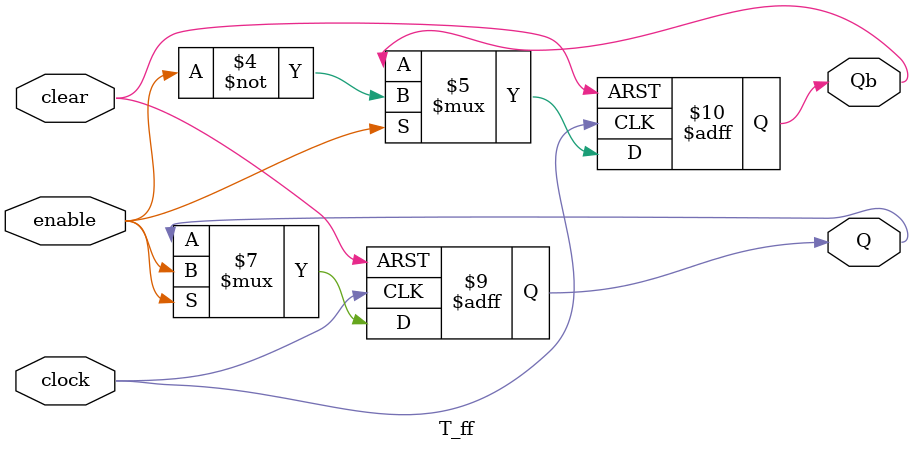
<source format=v>
module lab5_part3(KEY, SW, HEX3, HEX2, HEX1, HEX0);
    input KEY;
    input [1:0] SW;
    output [6:0] HEX3, HEX2, HEX1, HEX0;
    
    wire [15:0] B;

    counter_16bit A0(SW[1], KEY, SW[0], {HEX3, HEX2, HEX1, HEX0}, B);

endmodule


module counter_16bit(enable, clock, clear, Q, Qb);
    input enable, clock, clear;
    output [15:0] Q, Qb;

    wire [14:0] T;

    T_ff U0(enable, clock, clear, Q[0], Qb[0]);
    assign T[0] = enable&Q[0];
    T_ff U1(T[0], clock, clear, Q[1], Qb[1]);
    assign T[1] = T[0]&Q[1];
    T_ff U2(T[1], clock, clear, Q[2], Qb[2]);
    assign T[2] = T[1]&Q[2];
    T_ff U3(T[2], clock, clear, Q[3], Qb[3]);
    assign T[3] = T[2]&Q[3];
    T_ff U4(T[3], clock, clear, Q[4], Qb[4]);
    assign T[4] = T[3]&Q[4];
    T_ff U5(T[4], clock, clear, Q[5], Qb[5]);
    assign T[5] = T[4]&Q[5];
    T_ff U6(T[5], clock, clear, Q[6], Qb[6]);
    assign T[6] = T[5]&Q[6];
    T_ff U7(T[6], clock, clear, Q[7], Qb[7]);
    assign T[7] = T[6]&Q[7];
    T_ff U8(T[7], clock, clear, Q[8], Qb[8]);
    assign T[8] = T[7]&Q[8];
    T_ff U9(T[8], clock, clear, Q[9], Qb[9]);
    assign T[9] = T[8]&Q[9];
    T_ff U10(T[9], clock, clear, Q[10], Qb[10]);
    assign T[10] = T[9]&Q[10];
    T_ff U11(T[10], clock, clear, Q[11], Qb[11]);
    assign T[11] = T[10]&Q[11];
    T_ff U12(T[11], clock, clear, Q[12], Qb[12]);
    assign T[12] = T[11]&Q[12];
    T_ff U13(T[12], clock, clear, Q[13], Qb[13]);
    assign T[13] = T[12]&Q[13];
    T_ff U14(T[13], clock, clear, Q[14], Qb[14]);
    assign T[14] = T[13]&Q[14];
    T_ff U15(T[14], clock, clear, Q[15], Qb[15]);


endmodule

module T_ff(enable, clock, clear, Q, Qb);
    input enable, clock, clear;
    output reg Q, Qb;

    always @ (posedge clock, negedge clear)
        begin
            if(clear == 1'b0)
                begin
                    Q <= 1'b0;
                    Qb <= 1'b1; 
                end
            else if(enable == 1'b1)
                begin
                    Q <= enable;
                    Qb <= ~enable;
                end
        end

endmodule
</source>
